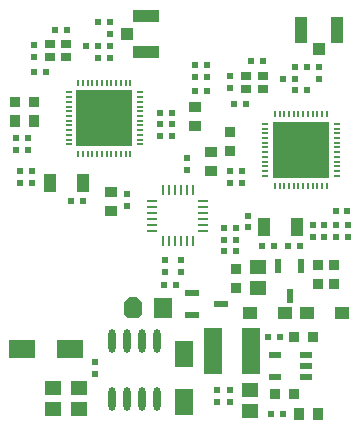
<source format=gtp>
%FSLAX44Y44*%
%MOMM*%
G71*
G01*
G75*
G04 Layer_Color=8421504*
%ADD10R,1.0000X0.9000*%
%ADD11R,0.6000X0.6000*%
%ADD12R,0.2800X0.9000*%
%ADD13R,0.9000X0.2800*%
%ADD14R,0.9000X0.8128*%
%ADD15R,0.9000X1.0000*%
%ADD16R,0.6000X0.6000*%
%ADD17O,0.2000X0.6500*%
%ADD18O,0.6500X0.2000*%
%ADD19R,4.7000X4.7000*%
%ADD20R,0.9000X0.8000*%
%ADD21R,2.2000X1.0500*%
%ADD22R,1.1000X1.0000*%
%ADD23R,1.0000X1.5000*%
%ADD24R,1.2500X1.0000*%
%ADD25R,0.6000X1.2000*%
%ADD26R,1.4000X1.1500*%
%ADD27R,0.8128X0.9000*%
%ADD28R,1.0000X0.5500*%
%ADD29R,1.0000X1.1000*%
%ADD30R,1.0500X2.2000*%
%ADD31R,1.2000X0.6000*%
%ADD32O,0.6000X2.0000*%
%ADD33R,1.5000X4.0000*%
%ADD34R,2.2000X1.5500*%
%ADD35R,1.5500X2.2000*%
%ADD36R,1.5240X1.7780*%
G04:AMPARAMS|DCode=37|XSize=1.524mm|YSize=1.778mm|CornerRadius=0mm|HoleSize=0mm|Usage=FLASHONLY|Rotation=0.000|XOffset=0mm|YOffset=0mm|HoleType=Round|Shape=Octagon|*
%AMOCTAGOND37*
4,1,8,-0.3810,0.8890,0.3810,0.8890,0.7620,0.5080,0.7620,-0.5080,0.3810,-0.8890,-0.3810,-0.8890,-0.7620,-0.5080,-0.7620,0.5080,-0.3810,0.8890,0.0*
%
%ADD37OCTAGOND37*%

%ADD38C,0.2540*%
%ADD39C,0.2032*%
%ADD40C,0.1524*%
%ADD41C,0.3810*%
%ADD42C,0.5080*%
%ADD43C,1.0160*%
%ADD44C,0.7620*%
%ADD45C,0.6350*%
%ADD46R,1.1684X1.1430*%
%ADD47O,1.5240X1.6510*%
%ADD48O,1.2700X0.7620*%
%ADD49R,1.7780X1.5240*%
%ADD50O,1.7780X1.5240*%
%ADD51C,0.5588*%
%ADD52R,0.6000X1.4000*%
%ADD53R,1.1470X1.1390*%
%ADD54C,0.1270*%
%ADD55C,0.2500*%
%ADD56C,0.1016*%
%ADD57C,0.2000*%
%ADD58C,0.3000*%
%ADD59C,0.3048*%
%ADD60R,4.0000X0.5000*%
D10*
X-56134Y20446D02*
D03*
Y4446D02*
D03*
X14478Y76328D02*
D03*
X14478Y92328D02*
D03*
X28194Y38228D02*
D03*
Y54228D02*
D03*
D11*
X-42926Y8208D02*
D03*
Y18208D02*
D03*
X24638Y127428D02*
D03*
X24638Y117428D02*
D03*
X7620Y48942D02*
D03*
Y38942D02*
D03*
X-121920Y144700D02*
D03*
Y134700D02*
D03*
X-57150Y154098D02*
D03*
X-57150Y144098D02*
D03*
X133858Y-7700D02*
D03*
Y-17700D02*
D03*
X114300Y-7700D02*
D03*
Y-17700D02*
D03*
X2540Y-37418D02*
D03*
Y-47418D02*
D03*
X-10922Y-37418D02*
D03*
Y-47418D02*
D03*
X14732Y127428D02*
D03*
Y117428D02*
D03*
X143764Y-17700D02*
D03*
X143764Y-7700D02*
D03*
X119380Y115650D02*
D03*
X119380Y125650D02*
D03*
X44450Y108030D02*
D03*
X44450Y118030D02*
D03*
X59690Y-9826D02*
D03*
X59690Y174D02*
D03*
X123698Y-17700D02*
D03*
Y-7700D02*
D03*
X33020Y-147400D02*
D03*
Y-157400D02*
D03*
X44450Y-147400D02*
D03*
Y-157400D02*
D03*
X-69850Y-123778D02*
D03*
Y-133778D02*
D03*
D12*
X-12500Y21540D02*
D03*
X-7500D02*
D03*
X-2500D02*
D03*
X2500D02*
D03*
X7500D02*
D03*
X12500D02*
D03*
Y-21540D02*
D03*
X7500D02*
D03*
X2500D02*
D03*
X-2500D02*
D03*
X-7500D02*
D03*
X-12500D02*
D03*
D13*
X21540Y12500D02*
D03*
Y7500D02*
D03*
Y2500D02*
D03*
Y-2500D02*
D03*
Y-7500D02*
D03*
Y-12500D02*
D03*
X-21540D02*
D03*
Y-7500D02*
D03*
Y-2500D02*
D03*
Y2500D02*
D03*
Y7500D02*
D03*
Y12500D02*
D03*
D14*
X-137540Y96520D02*
D03*
X-121540Y96520D02*
D03*
X82170Y-151130D02*
D03*
X98170D02*
D03*
X98680Y-102870D02*
D03*
X114680Y-102870D02*
D03*
D15*
X-121540Y80010D02*
D03*
X-137540D02*
D03*
X118490Y-167640D02*
D03*
X102490Y-167640D02*
D03*
D16*
X-137080Y66040D02*
D03*
X-127080Y66040D02*
D03*
X-127080Y55880D02*
D03*
X-137080D02*
D03*
X-123270Y38100D02*
D03*
X-133270Y38100D02*
D03*
X-111840Y121920D02*
D03*
X-121840Y121920D02*
D03*
X-133270Y27940D02*
D03*
X-123270Y27940D02*
D03*
X-90090Y12700D02*
D03*
X-80090Y12700D02*
D03*
X-104060Y157480D02*
D03*
X-94060Y157480D02*
D03*
X-77390Y144018D02*
D03*
X-67390Y144018D02*
D03*
X-57230Y164338D02*
D03*
X-67230Y164338D02*
D03*
X-57230Y133858D02*
D03*
X-67230Y133858D02*
D03*
X-15080Y67818D02*
D03*
X-5080Y67818D02*
D03*
X78820Y-167640D02*
D03*
X88820Y-167640D02*
D03*
X49450Y-29464D02*
D03*
X39450D02*
D03*
X49450Y-20066D02*
D03*
X39450Y-20066D02*
D03*
X133684Y4318D02*
D03*
X143684Y4318D02*
D03*
X86280Y-102870D02*
D03*
X76280Y-102870D02*
D03*
X99140Y106680D02*
D03*
X109140Y106680D02*
D03*
X99140Y125730D02*
D03*
X109140Y125730D02*
D03*
X98980Y115824D02*
D03*
X88980D02*
D03*
X72310Y130810D02*
D03*
X62310Y130810D02*
D03*
X103298Y-25908D02*
D03*
X93298Y-25908D02*
D03*
X71708Y-25908D02*
D03*
X81708Y-25908D02*
D03*
X47832Y94996D02*
D03*
X57832D02*
D03*
X44530Y27940D02*
D03*
X54530Y27940D02*
D03*
X24558Y105664D02*
D03*
X14558Y105664D02*
D03*
X54530Y38100D02*
D03*
X44530Y38100D02*
D03*
X-11858Y-58674D02*
D03*
X-1858D02*
D03*
X-14826Y77470D02*
D03*
X-4826D02*
D03*
X-14826Y86868D02*
D03*
X-4826D02*
D03*
X39276Y-10668D02*
D03*
X49276Y-10668D02*
D03*
D17*
X-84230Y52300D02*
D03*
X-80230Y52300D02*
D03*
X-76230D02*
D03*
X-72230Y52300D02*
D03*
X-68230Y52300D02*
D03*
X-64230Y52300D02*
D03*
X-60230Y52300D02*
D03*
X-56230D02*
D03*
X-52230Y52300D02*
D03*
X-48230Y52300D02*
D03*
X-44230Y52300D02*
D03*
X-40230Y52300D02*
D03*
Y112800D02*
D03*
X-44230Y112800D02*
D03*
X-48230Y112800D02*
D03*
X-52230Y112800D02*
D03*
X-56230Y112800D02*
D03*
X-60230Y112800D02*
D03*
X-64230Y112800D02*
D03*
X-68230Y112800D02*
D03*
X-72230Y112800D02*
D03*
X-76230D02*
D03*
X-80230D02*
D03*
X-84230Y112800D02*
D03*
X82140Y86130D02*
D03*
X86140D02*
D03*
X90140Y86130D02*
D03*
X94140Y86130D02*
D03*
X98140Y86130D02*
D03*
X102140Y86130D02*
D03*
X106140Y86130D02*
D03*
X110140D02*
D03*
X114140Y86130D02*
D03*
X118140Y86130D02*
D03*
X122140D02*
D03*
X126140D02*
D03*
Y25630D02*
D03*
X122140D02*
D03*
X118140Y25630D02*
D03*
X114140Y25630D02*
D03*
X110140Y25630D02*
D03*
X106140Y25630D02*
D03*
X102140Y25630D02*
D03*
X98140D02*
D03*
X94140D02*
D03*
X90140D02*
D03*
X86140Y25630D02*
D03*
X82140Y25630D02*
D03*
D18*
X-31980Y60550D02*
D03*
X-31980Y64550D02*
D03*
X-31980Y68550D02*
D03*
Y72550D02*
D03*
X-31980Y76550D02*
D03*
X-31980Y80550D02*
D03*
X-31980Y84550D02*
D03*
Y88550D02*
D03*
X-31980Y92550D02*
D03*
X-31980Y96550D02*
D03*
X-31980Y100550D02*
D03*
X-31980Y104550D02*
D03*
X-92480Y104550D02*
D03*
X-92480Y100550D02*
D03*
X-92480Y96550D02*
D03*
X-92480Y92550D02*
D03*
Y88550D02*
D03*
X-92480Y84550D02*
D03*
X-92480Y80550D02*
D03*
X-92480Y76550D02*
D03*
Y72550D02*
D03*
Y68550D02*
D03*
Y64550D02*
D03*
Y60550D02*
D03*
X73890Y33880D02*
D03*
X73890Y37880D02*
D03*
Y41880D02*
D03*
X73890Y45880D02*
D03*
X73890Y49880D02*
D03*
X73890Y53880D02*
D03*
Y57880D02*
D03*
Y61880D02*
D03*
X73890Y65880D02*
D03*
Y69880D02*
D03*
X73890Y73880D02*
D03*
X73890Y77880D02*
D03*
X134390Y77880D02*
D03*
Y73880D02*
D03*
X134390Y69880D02*
D03*
X134390Y65880D02*
D03*
Y61880D02*
D03*
Y57880D02*
D03*
Y53880D02*
D03*
Y49880D02*
D03*
X134390Y45880D02*
D03*
X134390Y41880D02*
D03*
Y37880D02*
D03*
X134390Y33880D02*
D03*
D19*
X-62230Y82550D02*
D03*
X104140Y55880D02*
D03*
D20*
X-108600Y145200D02*
D03*
X-94600Y134200D02*
D03*
X-94600Y145200D02*
D03*
X-108600Y134200D02*
D03*
X57770Y107530D02*
D03*
X71770Y118530D02*
D03*
Y107530D02*
D03*
X57770Y118530D02*
D03*
D21*
X-27180Y168924D02*
D03*
X-27180Y138924D02*
D03*
D22*
X-43180Y153924D02*
D03*
D23*
X-79980Y27940D02*
D03*
X-107980Y27940D02*
D03*
X72868Y-9398D02*
D03*
X100868Y-9398D02*
D03*
D24*
X90950Y-82550D02*
D03*
X61450D02*
D03*
X109710Y-82550D02*
D03*
X139210D02*
D03*
D25*
X104242Y-42618D02*
D03*
X85242Y-42618D02*
D03*
X94742Y-67618D02*
D03*
D26*
X67564Y-43324D02*
D03*
Y-61324D02*
D03*
X60960Y-165210D02*
D03*
Y-147210D02*
D03*
X-105410Y-163940D02*
D03*
Y-145940D02*
D03*
X-83820Y-163940D02*
D03*
Y-145940D02*
D03*
D27*
X49276Y-61086D02*
D03*
Y-45086D02*
D03*
X132588Y-41530D02*
D03*
Y-57530D02*
D03*
X118364Y-41530D02*
D03*
Y-57530D02*
D03*
X44450Y54992D02*
D03*
X44450Y70992D02*
D03*
D28*
X108250Y-136500D02*
D03*
X108250Y-127000D02*
D03*
X108250Y-117500D02*
D03*
X82250Y-117500D02*
D03*
X82250Y-136500D02*
D03*
D29*
X119634Y140970D02*
D03*
D30*
X134634Y156970D02*
D03*
X104634Y156970D02*
D03*
D31*
X36630Y-74676D02*
D03*
X11630Y-84176D02*
D03*
Y-65176D02*
D03*
D32*
X-55880Y-155310D02*
D03*
X-43180D02*
D03*
X-30480D02*
D03*
X-17780Y-155310D02*
D03*
X-55880Y-106310D02*
D03*
X-43180Y-106310D02*
D03*
X-30480D02*
D03*
X-17780D02*
D03*
D33*
X61720Y-114300D02*
D03*
X29720Y-114300D02*
D03*
D34*
X-132260Y-113030D02*
D03*
X-91260Y-113030D02*
D03*
D35*
X5080Y-157660D02*
D03*
Y-116660D02*
D03*
D36*
X-12446Y-77724D02*
D03*
D37*
X-37846D02*
D03*
M02*

</source>
